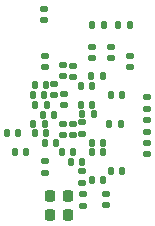
<source format=gbr>
%TF.GenerationSoftware,KiCad,Pcbnew,(7.0.0)*%
%TF.CreationDate,2023-03-20T12:13:36+05:30*%
%TF.ProjectId,IMRT1160_DB,494d5254-3131-4363-905f-44422e6b6963,rev?*%
%TF.SameCoordinates,Original*%
%TF.FileFunction,Paste,Bot*%
%TF.FilePolarity,Positive*%
%FSLAX46Y46*%
G04 Gerber Fmt 4.6, Leading zero omitted, Abs format (unit mm)*
G04 Created by KiCad (PCBNEW (7.0.0)) date 2023-03-20 12:13:36*
%MOMM*%
%LPD*%
G01*
G04 APERTURE LIST*
G04 Aperture macros list*
%AMRoundRect*
0 Rectangle with rounded corners*
0 $1 Rounding radius*
0 $2 $3 $4 $5 $6 $7 $8 $9 X,Y pos of 4 corners*
0 Add a 4 corners polygon primitive as box body*
4,1,4,$2,$3,$4,$5,$6,$7,$8,$9,$2,$3,0*
0 Add four circle primitives for the rounded corners*
1,1,$1+$1,$2,$3*
1,1,$1+$1,$4,$5*
1,1,$1+$1,$6,$7*
1,1,$1+$1,$8,$9*
0 Add four rect primitives between the rounded corners*
20,1,$1+$1,$2,$3,$4,$5,0*
20,1,$1+$1,$4,$5,$6,$7,0*
20,1,$1+$1,$6,$7,$8,$9,0*
20,1,$1+$1,$8,$9,$2,$3,0*%
G04 Aperture macros list end*
%ADD10RoundRect,0.140000X0.140000X0.170000X-0.140000X0.170000X-0.140000X-0.170000X0.140000X-0.170000X0*%
%ADD11RoundRect,0.135000X0.185000X-0.135000X0.185000X0.135000X-0.185000X0.135000X-0.185000X-0.135000X0*%
%ADD12RoundRect,0.140000X-0.140000X-0.170000X0.140000X-0.170000X0.140000X0.170000X-0.140000X0.170000X0*%
%ADD13RoundRect,0.140000X0.170000X-0.140000X0.170000X0.140000X-0.170000X0.140000X-0.170000X-0.140000X0*%
%ADD14RoundRect,0.140000X-0.170000X0.140000X-0.170000X-0.140000X0.170000X-0.140000X0.170000X0.140000X0*%
%ADD15RoundRect,0.135000X0.135000X0.185000X-0.135000X0.185000X-0.135000X-0.185000X0.135000X-0.185000X0*%
%ADD16RoundRect,0.135000X-0.135000X-0.185000X0.135000X-0.185000X0.135000X0.185000X-0.135000X0.185000X0*%
%ADD17RoundRect,0.225000X0.225000X0.250000X-0.225000X0.250000X-0.225000X-0.250000X0.225000X-0.250000X0*%
G04 APERTURE END LIST*
D10*
%TO.C,C29*%
X153830000Y-108150000D03*
X152870000Y-108150000D03*
%TD*%
D11*
%TO.C,FB4*%
X160075000Y-106460000D03*
X160075000Y-105440000D03*
%TD*%
D10*
%TO.C,C35*%
X156365000Y-108145000D03*
X155405000Y-108145000D03*
%TD*%
D12*
%TO.C,C17*%
X157005000Y-109745000D03*
X157965000Y-109745000D03*
%TD*%
D13*
%TO.C,C5*%
X152235000Y-103345000D03*
X152235000Y-102385000D03*
%TD*%
%TO.C,C26*%
X154600000Y-106580000D03*
X154600000Y-105620000D03*
%TD*%
D14*
%TO.C,C2*%
X151350000Y-95995000D03*
X151350000Y-96955000D03*
%TD*%
D10*
%TO.C,C14*%
X155565000Y-104925000D03*
X154605000Y-104925000D03*
%TD*%
%TO.C,C3*%
X151390000Y-103345000D03*
X150430000Y-103345000D03*
%TD*%
D14*
%TO.C,C15*%
X154675000Y-111720000D03*
X154675000Y-112680000D03*
%TD*%
D10*
%TO.C,C48*%
X149180000Y-106540000D03*
X148220000Y-106540000D03*
%TD*%
D12*
%TO.C,C40*%
X151410000Y-107345000D03*
X152370000Y-107345000D03*
%TD*%
%TO.C,C24*%
X155405000Y-107350000D03*
X156365000Y-107350000D03*
%TD*%
D13*
%TO.C,C25*%
X153000000Y-101730000D03*
X153000000Y-100770000D03*
%TD*%
D10*
%TO.C,C45*%
X149830000Y-108150000D03*
X148870000Y-108150000D03*
%TD*%
D14*
%TO.C,C31*%
X154600000Y-109770000D03*
X154600000Y-110730000D03*
%TD*%
D15*
%TO.C,R13*%
X158660000Y-97375000D03*
X157640000Y-97375000D03*
%TD*%
D10*
%TO.C,C20*%
X157830000Y-105750000D03*
X156870000Y-105750000D03*
%TD*%
D12*
%TO.C,C12*%
X150570000Y-102495000D03*
X151530000Y-102495000D03*
%TD*%
D10*
%TO.C,C36*%
X155440000Y-104145000D03*
X154480000Y-104145000D03*
%TD*%
D12*
%TO.C,C37*%
X150600000Y-106545000D03*
X151560000Y-106545000D03*
%TD*%
D14*
%TO.C,C8*%
X153810000Y-105740000D03*
X153810000Y-106700000D03*
%TD*%
D13*
%TO.C,C30*%
X155400000Y-100180000D03*
X155400000Y-99220000D03*
%TD*%
D11*
%TO.C,FB3*%
X160100000Y-104510000D03*
X160100000Y-103490000D03*
%TD*%
D14*
%TO.C,C18*%
X151410000Y-108940000D03*
X151410000Y-109900000D03*
%TD*%
%TO.C,C16*%
X160100000Y-107390000D03*
X160100000Y-108350000D03*
%TD*%
D10*
%TO.C,C33*%
X157980000Y-103350000D03*
X157020000Y-103350000D03*
%TD*%
D16*
%TO.C,R16*%
X155415000Y-97350000D03*
X156435000Y-97350000D03*
%TD*%
D13*
%TO.C,C69*%
X158600000Y-100955000D03*
X158600000Y-99995000D03*
%TD*%
%TO.C,C27*%
X151400000Y-100980000D03*
X151400000Y-100020000D03*
%TD*%
D10*
%TO.C,C32*%
X155415000Y-102570000D03*
X154455000Y-102570000D03*
%TD*%
%TO.C,C41*%
X151400000Y-105740000D03*
X150440000Y-105740000D03*
%TD*%
D14*
%TO.C,C19*%
X156625000Y-111695000D03*
X156625000Y-112655000D03*
%TD*%
D13*
%TO.C,C6*%
X153085000Y-104175000D03*
X153085000Y-103215000D03*
%TD*%
D12*
%TO.C,C4*%
X155405000Y-110545000D03*
X156365000Y-110545000D03*
%TD*%
D10*
%TO.C,C44*%
X152215000Y-104970000D03*
X151255000Y-104970000D03*
%TD*%
D12*
%TO.C,C22*%
X155370000Y-101745000D03*
X156330000Y-101745000D03*
%TD*%
%TO.C,C13*%
X150620000Y-104130000D03*
X151580000Y-104130000D03*
%TD*%
D17*
%TO.C,C42*%
X153425000Y-111900000D03*
X151875000Y-111900000D03*
%TD*%
D14*
%TO.C,C9*%
X152985000Y-105765000D03*
X152985000Y-106725000D03*
%TD*%
D13*
%TO.C,C28*%
X153850000Y-101780000D03*
X153850000Y-100820000D03*
%TD*%
%TO.C,C23*%
X157000000Y-100180000D03*
X157000000Y-99220000D03*
%TD*%
D17*
%TO.C,C43*%
X153425000Y-113475000D03*
X151875000Y-113475000D03*
%TD*%
D12*
%TO.C,C34*%
X153620000Y-108950000D03*
X154580000Y-108950000D03*
%TD*%
M02*

</source>
